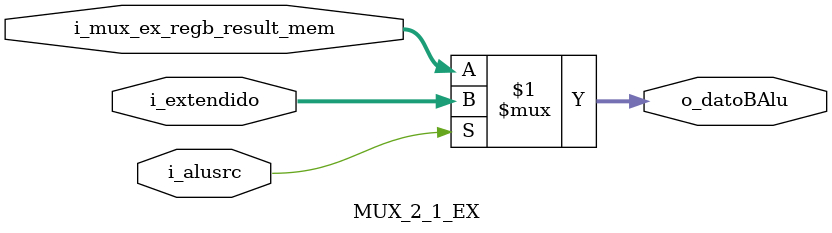
<source format=v>
`timescale 1ns / 1ps


module MUX_2_1_EX
    #(
        parameter DATA_WIDTH = 32
    )
    (
        input [DATA_WIDTH - 1 : 0]  i_mux_ex_regb_result_mem,
        input [DATA_WIDTH - 1 : 0]  i_extendido,
        input                       i_alusrc,
        output [DATA_WIDTH - 1 : 0] o_datoBAlu
    );

    assign o_datoBAlu = i_alusrc ? i_extendido : i_mux_ex_regb_result_mem;
endmodule
</source>
